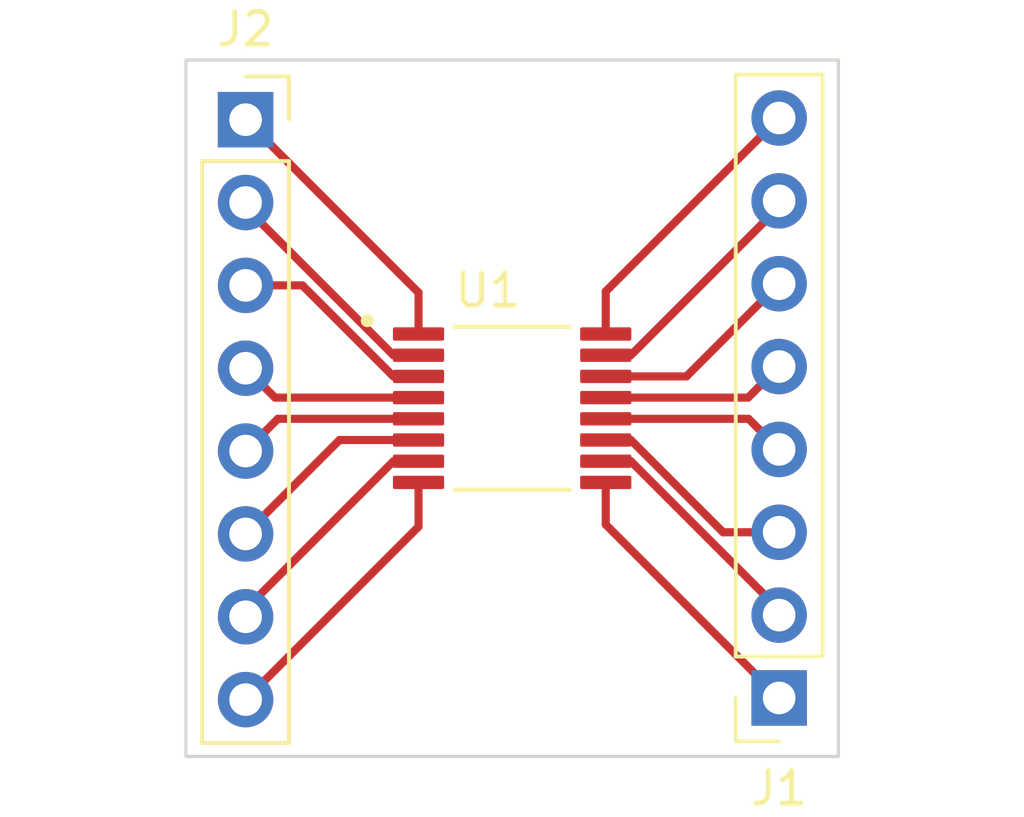
<source format=kicad_pcb>
(kicad_pcb (version 20221018) (generator pcbnew)
  (layers (0 "F.Cu" signal) (31 "B.Cu" signal) (34 "B.Paste" user) (35 "F.Paste" user) (36 "B.SilkS" user "B.Silkscreen") (37 "F.SilkS" user "F.Silkscreen") (38 "B.Mask" user) (39 "F.Mask" user) (44 "Edge.Cuts" user))
  (net 0 "")
  (net 1 "Net-(J1-Pin_1)")
  (net 2 "Net-(J2-Pin_1)")
  (net 3 "Net-(J2-Pin_2)")
  (net 4 "Net-(J2-Pin_3)")
  (net 5 "Net-(J2-Pin_4)")
  (net 6 "Net-(J2-Pin_5)")
  (net 7 "Net-(J2-Pin_6)")
  (net 8 "Net-(J2-Pin_7)")
  (net 9 "Net-(J2-Pin_8)")
  (net 10 "Net-(J1-Pin_2)")
  (net 11 "Net-(J1-Pin_3)")
  (net 12 "Net-(J1-Pin_4)")
  (net 13 "Net-(J1-Pin_5)")
  (net 14 "Net-(J1-Pin_6)")
  (net 15 "Net-(J1-Pin_7)")
  (net 16 "Net-(J1-Pin_8)")
  (footprint "ADS8689IPWR:SOP65P640X120-16N" (layer "F.Cu") (at 110 110.675)
    (fp_text reference "U1" (at -0.745 -3.612) (layer "F.SilkS"))
    (fp_text value "ADS8689IPWR")
    (fp_line (start -1.765 -2.5) (end 1.765 -2.5) (stroke (width 0.127)) (layer "F.SilkS"))
    (fp_line (start -1.765 2.5) (end 1.765 2.5) (stroke (width 0.127)) (layer "F.SilkS"))
    (fp_circle (center -4.44 -2.685) (end -4.34 -2.685) (stroke (width 0.2)) (fill none) (layer "F.SilkS"))
    (pad "1" smd roundrect (at -2.87 -2.275) (size 1.57 0.41) (layers "F.Cu" "F.Paste" "F.Mask") (roundrect_rratio 0.125) (net 2 "Net-(J2-Pin_1)"))
    (pad "2" smd roundrect (at -2.87 -1.625) (size 1.57 0.41) (layers "F.Cu" "F.Paste" "F.Mask") (roundrect_rratio 0.125) (net 3 "Net-(J2-Pin_2)"))
    (pad "3" smd roundrect (at -2.87 -0.975) (size 1.57 0.41) (layers "F.Cu" "F.Paste" "F.Mask") (roundrect_rratio 0.125) (net 4 "Net-(J2-Pin_3)"))
    (pad "4" smd roundrect (at -2.87 -0.325) (size 1.57 0.41) (layers "F.Cu" "F.Paste" "F.Mask") (roundrect_rratio 0.125) (net 5 "Net-(J2-Pin_4)"))
    (pad "5" smd roundrect (at -2.87 0.325) (size 1.57 0.41) (layers "F.Cu" "F.Paste" "F.Mask") (roundrect_rratio 0.125) (net 6 "Net-(J2-Pin_5)"))
    (pad "6" smd roundrect (at -2.87 0.975) (size 1.57 0.41) (layers "F.Cu" "F.Paste" "F.Mask") (roundrect_rratio 0.125) (net 7 "Net-(J2-Pin_6)"))
    (pad "7" smd roundrect (at -2.87 1.625) (size 1.57 0.41) (layers "F.Cu" "F.Paste" "F.Mask") (roundrect_rratio 0.125) (net 8 "Net-(J2-Pin_7)"))
    (pad "8" smd roundrect (at -2.87 2.275) (size 1.57 0.41) (layers "F.Cu" "F.Paste" "F.Mask") (roundrect_rratio 0.125) (net 9 "Net-(J2-Pin_8)"))
    (pad "9" smd roundrect (at 2.87 2.275) (size 1.57 0.41) (layers "F.Cu" "F.Paste" "F.Mask") (roundrect_rratio 0.125) (net 1 "Net-(J1-Pin_1)"))
    (pad "10" smd roundrect (at 2.87 1.625) (size 1.57 0.41) (layers "F.Cu" "F.Paste" "F.Mask") (roundrect_rratio 0.125) (net 10 "Net-(J1-Pin_2)"))
    (pad "11" smd roundrect (at 2.87 0.975) (size 1.57 0.41) (layers "F.Cu" "F.Paste" "F.Mask") (roundrect_rratio 0.125) (net 11 "Net-(J1-Pin_3)"))
    (pad "12" smd roundrect (at 2.87 0.325) (size 1.57 0.41) (layers "F.Cu" "F.Paste" "F.Mask") (roundrect_rratio 0.125) (net 12 "Net-(J1-Pin_4)"))
    (pad "13" smd roundrect (at 2.87 -0.325) (size 1.57 0.41) (layers "F.Cu" "F.Paste" "F.Mask") (roundrect_rratio 0.125) (net 13 "Net-(J1-Pin_5)"))
    (pad "14" smd roundrect (at 2.87 -0.975) (size 1.57 0.41) (layers "F.Cu" "F.Paste" "F.Mask") (roundrect_rratio 0.125) (net 14 "Net-(J1-Pin_6)"))
    (pad "15" smd roundrect (at 2.87 -1.625) (size 1.57 0.41) (layers "F.Cu" "F.Paste" "F.Mask") (roundrect_rratio 0.125) (net 15 "Net-(J1-Pin_7)"))
    (pad "16" smd roundrect (at 2.87 -2.275) (size 1.57 0.41) (layers "F.Cu" "F.Paste" "F.Mask") (roundrect_rratio 0.125) (net 16 "Net-(J1-Pin_8)"))
  )
  (footprint "Connector_PinSocket_2.54mm:PinSocket_1x08_P2.54mm_Vertical" (layer "F.Cu") (at 118.1862 119.5578 180)
    (fp_text reference "J1" (at 0 -2.77) (layer "F.SilkS"))
    (fp_text value "Conn_01x08_Socket")
    (fp_line (start -1.33 1.27) (end -1.33 19.11) (stroke (width 0.12)) (layer "F.SilkS"))
    (fp_line (start -1.33 1.27) (end 1.33 1.27) (stroke (width 0.12)) (layer "F.SilkS"))
    (fp_line (start -1.33 19.11) (end 1.33 19.11) (stroke (width 0.12)) (layer "F.SilkS"))
    (fp_line (start 0 -1.33) (end 1.33 -1.33) (stroke (width 0.12)) (layer "F.SilkS"))
    (fp_line (start 1.33 -1.33) (end 1.33 0) (stroke (width 0.12)) (layer "F.SilkS"))
    (fp_line (start 1.33 1.27) (end 1.33 19.11) (stroke (width 0.12)) (layer "F.SilkS"))
    (pad "1" thru_hole rect (at 0 0 180) (size 1.7 1.7) (drill 1) (layers "*.Cu" "*.Mask") (net 1 "Net-(J1-Pin_1)"))
    (pad "2" thru_hole oval (at 0 2.54 180) (size 1.7 1.7) (drill 1) (layers "*.Cu" "*.Mask") (net 10 "Net-(J1-Pin_2)"))
    (pad "3" thru_hole oval (at 0 5.08 180) (size 1.7 1.7) (drill 1) (layers "*.Cu" "*.Mask") (net 11 "Net-(J1-Pin_3)"))
    (pad "4" thru_hole oval (at 0 7.62 180) (size 1.7 1.7) (drill 1) (layers "*.Cu" "*.Mask") (net 12 "Net-(J1-Pin_4)"))
    (pad "5" thru_hole oval (at 0 10.16 180) (size 1.7 1.7) (drill 1) (layers "*.Cu" "*.Mask") (net 13 "Net-(J1-Pin_5)"))
    (pad "6" thru_hole oval (at 0 12.7 180) (size 1.7 1.7) (drill 1) (layers "*.Cu" "*.Mask") (net 14 "Net-(J1-Pin_6)"))
    (pad "7" thru_hole oval (at 0 15.24 180) (size 1.7 1.7) (drill 1) (layers "*.Cu" "*.Mask") (net 15 "Net-(J1-Pin_7)"))
    (pad "8" thru_hole oval (at 0 17.78 180) (size 1.7 1.7) (drill 1) (layers "*.Cu" "*.Mask") (net 16 "Net-(J1-Pin_8)"))
  )
  (footprint "Connector_PinSocket_2.54mm:PinSocket_1x08_P2.54mm_Vertical" (layer "F.Cu") (at 101.8286 101.8286)
    (fp_text reference "J2" (at 0 -2.77) (layer "F.SilkS"))
    (fp_text value "Conn_01x08_Socket")
    (fp_line (start -1.33 1.27) (end -1.33 19.11) (stroke (width 0.12)) (layer "F.SilkS"))
    (fp_line (start -1.33 1.27) (end 1.33 1.27) (stroke (width 0.12)) (layer "F.SilkS"))
    (fp_line (start -1.33 19.11) (end 1.33 19.11) (stroke (width 0.12)) (layer "F.SilkS"))
    (fp_line (start 0 -1.33) (end 1.33 -1.33) (stroke (width 0.12)) (layer "F.SilkS"))
    (fp_line (start 1.33 -1.33) (end 1.33 0) (stroke (width 0.12)) (layer "F.SilkS"))
    (fp_line (start 1.33 1.27) (end 1.33 19.11) (stroke (width 0.12)) (layer "F.SilkS"))
    (pad "1" thru_hole rect (at 0 0) (size 1.7 1.7) (drill 1) (layers "*.Cu" "*.Mask") (net 2 "Net-(J2-Pin_1)"))
    (pad "2" thru_hole oval (at 0 2.54) (size 1.7 1.7) (drill 1) (layers "*.Cu" "*.Mask") (net 3 "Net-(J2-Pin_2)"))
    (pad "3" thru_hole oval (at 0 5.08) (size 1.7 1.7) (drill 1) (layers "*.Cu" "*.Mask") (net 4 "Net-(J2-Pin_3)"))
    (pad "4" thru_hole oval (at 0 7.62) (size 1.7 1.7) (drill 1) (layers "*.Cu" "*.Mask") (net 5 "Net-(J2-Pin_4)"))
    (pad "5" thru_hole oval (at 0 10.16) (size 1.7 1.7) (drill 1) (layers "*.Cu" "*.Mask") (net 6 "Net-(J2-Pin_5)"))
    (pad "6" thru_hole oval (at 0 12.7) (size 1.7 1.7) (drill 1) (layers "*.Cu" "*.Mask") (net 7 "Net-(J2-Pin_6)"))
    (pad "7" thru_hole oval (at 0 15.24) (size 1.7 1.7) (drill 1) (layers "*.Cu" "*.Mask") (net 8 "Net-(J2-Pin_7)"))
    (pad "8" thru_hole oval (at 0 17.78) (size 1.7 1.7) (drill 1) (layers "*.Cu" "*.Mask") (net 9 "Net-(J2-Pin_8)"))
  )
  (gr_rect (start 100 100) (end 120 121.35) (stroke (width 0.1)) (fill none) (layer "Edge.Cuts"))
  (segment (start 112.87 112.95) (end 112.87 114.2416) (width 0.25) (layer "F.Cu") (net 1))
  (segment (start 112.87 114.2416) (end 118.1862 119.5578) (width 0.25) (layer "F.Cu") (net 1))
  (segment (start 107.13 107.13) (end 101.8286 101.8286) (width 0.25) (layer "F.Cu") (net 2))
  (segment (start 107.13 108.4) (end 107.13 107.13) (width 0.25) (layer "F.Cu") (net 2))
  (segment (start 106.360402 109.05) (end 101.8286 104.518198) (width 0.25) (layer "F.Cu") (net 3))
  (segment (start 107.13 109.05) (end 106.360402 109.05) (width 0.25) (layer "F.Cu") (net 3))
  (segment (start 101.8286 104.518198) (end 101.8286 104.3686) (width 0.25) (layer "F.Cu") (net 3))
  (segment (start 106.360402 109.7) (end 103.569002 106.9086) (width 0.25) (layer "F.Cu") (net 4))
  (segment (start 103.569002 106.9086) (end 101.8286 106.9086) (width 0.25) (layer "F.Cu") (net 4))
  (segment (start 107.13 109.7) (end 106.360402 109.7) (width 0.25) (layer "F.Cu") (net 4))
  (segment (start 107.13 110.35) (end 102.73 110.35) (width 0.25) (layer "F.Cu") (net 5))
  (segment (start 102.73 110.35) (end 101.8286 109.4486) (width 0.25) (layer "F.Cu") (net 5))
  (segment (start 107.13 111) (end 102.8172 111) (width 0.25) (layer "F.Cu") (net 6))
  (segment (start 102.8172 111) (end 101.8286 111.9886) (width 0.25) (layer "F.Cu") (net 6))
  (segment (start 104.7072 111.65) (end 101.8286 114.5286) (width 0.25) (layer "F.Cu") (net 7))
  (segment (start 107.13 111.65) (end 104.7072 111.65) (width 0.25) (layer "F.Cu") (net 7))
  (segment (start 101.8286 116.831802) (end 101.8286 117.0686) (width 0.25) (layer "F.Cu") (net 8))
  (segment (start 107.13 112.3) (end 106.360402 112.3) (width 0.25) (layer "F.Cu") (net 8))
  (segment (start 106.360402 112.3) (end 101.8286 116.831802) (width 0.25) (layer "F.Cu") (net 8))
  (segment (start 107.13 114.3072) (end 101.8286 119.6086) (width 0.25) (layer "F.Cu") (net 9))
  (segment (start 107.13 112.95) (end 107.13 114.3072) (width 0.25) (layer "F.Cu") (net 9))
  (segment (start 118.1862 116.846602) (end 118.1862 117.0178) (width 0.25) (layer "F.Cu") (net 10))
  (segment (start 112.87 112.3) (end 113.639598 112.3) (width 0.25) (layer "F.Cu") (net 10))
  (segment (start 113.639598 112.3) (end 118.1862 116.846602) (width 0.25) (layer "F.Cu") (net 10))
  (segment (start 116.467398 114.4778) (end 118.1862 114.4778) (width 0.25) (layer "F.Cu") (net 11))
  (segment (start 112.87 111.65) (end 113.639598 111.65) (width 0.25) (layer "F.Cu") (net 11))
  (segment (start 113.639598 111.65) (end 116.467398 114.4778) (width 0.25) (layer "F.Cu") (net 11))
  (segment (start 112.87 111) (end 117.2484 111) (width 0.25) (layer "F.Cu") (net 12))
  (segment (start 117.2484 111) (end 118.1862 111.9378) (width 0.25) (layer "F.Cu") (net 12))
  (segment (start 117.234 110.35) (end 118.1862 109.3978) (width 0.25) (layer "F.Cu") (net 13))
  (segment (start 112.87 110.35) (end 117.234 110.35) (width 0.25) (layer "F.Cu") (net 13))
  (segment (start 115.344 109.7) (end 118.1862 106.8578) (width 0.25) (layer "F.Cu") (net 14))
  (segment (start 112.87 109.7) (end 115.344 109.7) (width 0.25) (layer "F.Cu") (net 14))
  (segment (start 112.87 109.05) (end 113.639598 109.05) (width 0.25) (layer "F.Cu") (net 15))
  (segment (start 118.1862 104.503398) (end 118.1862 104.3178) (width 0.25) (layer "F.Cu") (net 15))
  (segment (start 113.639598 109.05) (end 118.1862 104.503398) (width 0.25) (layer "F.Cu") (net 15))
  (segment (start 112.87 107.094) (end 118.1862 101.7778) (width 0.25) (layer "F.Cu") (net 16))
  (segment (start 112.87 108.4) (end 112.87 107.094) (width 0.25) (layer "F.Cu") (net 16))
)
</source>
